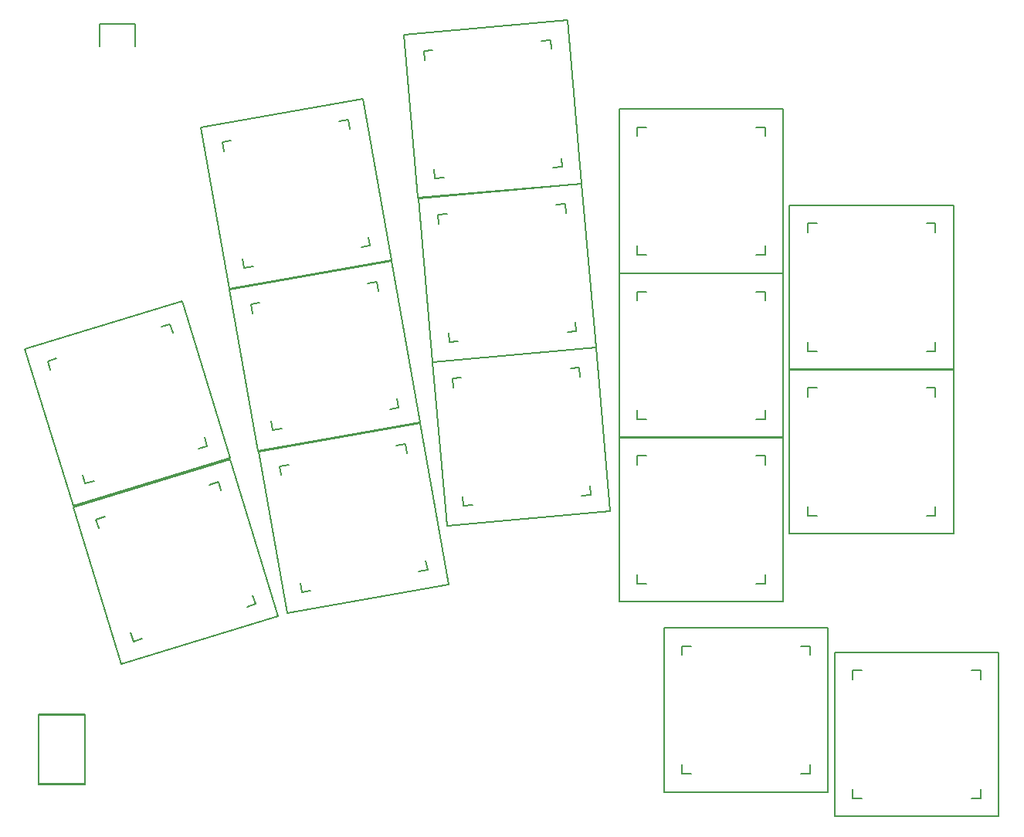
<source format=gbr>
%TF.GenerationSoftware,KiCad,Pcbnew,(6.0.4-0)*%
%TF.CreationDate,2022-07-26T10:13:53+02:00*%
%TF.ProjectId,wizza,77697a7a-612e-46b6-9963-61645f706362,v1.0.0*%
%TF.SameCoordinates,Original*%
%TF.FileFunction,OtherDrawing,Comment*%
%FSLAX46Y46*%
G04 Gerber Fmt 4.6, Leading zero omitted, Abs format (unit mm)*
G04 Created by KiCad (PCBNEW (6.0.4-0)) date 2022-07-26 10:13:53*
%MOMM*%
%LPD*%
G01*
G04 APERTURE LIST*
%ADD10C,0.150000*%
G04 APERTURE END LIST*
D10*
%TO.C,S17*%
X102310150Y105918126D02*
X84378645Y104349323D01*
X100741347Y123849631D02*
X102310150Y105918126D01*
X99147254Y107649049D02*
X100143449Y107736204D01*
X98923269Y121682930D02*
X97927074Y121595774D01*
X99010424Y120686735D02*
X98923269Y121682930D01*
X82809842Y122280828D02*
X100741347Y123849631D01*
X100741347Y123849631D02*
X82809842Y122280828D01*
X87192918Y106603180D02*
X86196723Y106516024D01*
X82809842Y122280828D02*
X84378645Y104349323D01*
X100143449Y107736204D02*
X100056293Y108732399D01*
X102310150Y105918126D02*
X100741347Y123849631D01*
X84976543Y120462750D02*
X85972738Y120549905D01*
X84378645Y104349323D02*
X82809842Y122280828D01*
X84378645Y104349323D02*
X102310150Y105918126D01*
X85063699Y119466555D02*
X84976543Y120462750D01*
X86196723Y106516024D02*
X86109568Y107512219D01*
%TO.C,S15*%
X103891797Y87952816D02*
X85960292Y86384013D01*
X102322994Y105884321D02*
X103891797Y87952816D01*
X100728901Y89683739D02*
X101725096Y89770894D01*
X100504916Y103717620D02*
X99508721Y103630464D01*
X100592071Y102721425D02*
X100504916Y103717620D01*
X84391489Y104315518D02*
X102322994Y105884321D01*
X102322994Y105884321D02*
X84391489Y104315518D01*
X88774565Y88637870D02*
X87778370Y88550714D01*
X84391489Y104315518D02*
X85960292Y86384013D01*
X101725096Y89770894D02*
X101637940Y90767089D01*
X103891797Y87952816D02*
X102322994Y105884321D01*
X86558190Y102497440D02*
X87554385Y102584595D01*
X85960292Y86384013D02*
X84391489Y104315518D01*
X85960292Y86384013D02*
X103891797Y87952816D01*
X86645346Y101501245D02*
X86558190Y102497440D01*
X87778370Y88550714D02*
X87691215Y89546909D01*
%TO.C,S5*%
X47874728Y73059228D02*
X47582356Y74015533D01*
X44073895Y85491190D02*
X43781524Y86447494D01*
X46546862Y70561875D02*
X63760347Y75824566D01*
X46546862Y70561875D02*
X41284171Y87775360D01*
X43781524Y86447494D02*
X44737829Y86739866D01*
X63760347Y75824566D02*
X58497656Y93038051D01*
X61262994Y77152432D02*
X60970623Y78108736D01*
X41284171Y87775360D02*
X46546862Y70561875D01*
X48831032Y73351599D02*
X47874728Y73059228D01*
X58497656Y93038051D02*
X41284171Y87775360D01*
X41284171Y87775360D02*
X58497656Y93038051D01*
X57462162Y89584393D02*
X57169790Y90540698D01*
X57169790Y90540698D02*
X56213486Y90248327D01*
X60306689Y76860060D02*
X61262994Y77152432D01*
X58497656Y93038051D02*
X63760347Y75824566D01*
X63760347Y75824566D02*
X46546862Y70561875D01*
%TO.C,S11*%
X81433213Y97494631D02*
X63706674Y94368964D01*
X78307546Y115221170D02*
X81433213Y97494631D01*
X78131494Y98943302D02*
X79116302Y99116950D01*
X76685227Y112904259D02*
X75700419Y112730610D01*
X76858875Y111919451D02*
X76685227Y112904259D01*
X60581007Y112095503D02*
X78307546Y115221170D01*
X78307546Y115221170D02*
X60581007Y112095503D01*
X66313801Y96859524D02*
X65328993Y96685875D01*
X60581007Y112095503D02*
X63706674Y94368964D01*
X79116302Y99116950D02*
X78942653Y100101758D01*
X81433213Y97494631D02*
X78307546Y115221170D01*
X62897918Y110473184D02*
X63882726Y110646832D01*
X63706674Y94368964D02*
X60581007Y112095503D01*
X63706674Y94368964D02*
X81433213Y97494631D01*
X63071567Y109488376D02*
X62897918Y110473184D01*
X65328993Y96685875D02*
X65155345Y97670683D01*
%TO.C,S21*%
X124424791Y78097254D02*
X106424791Y78097254D01*
X124424791Y96097254D02*
X124424791Y78097254D01*
X121424791Y80097254D02*
X122424791Y80097254D01*
X122424791Y94097254D02*
X121424791Y94097254D01*
X122424791Y93097254D02*
X122424791Y94097254D01*
X106424791Y96097254D02*
X124424791Y96097254D01*
X124424791Y96097254D02*
X106424791Y96097254D01*
X109424791Y80097254D02*
X108424791Y80097254D01*
X106424791Y96097254D02*
X106424791Y78097254D01*
X122424791Y80097254D02*
X122424791Y81097254D01*
X124424791Y78097254D02*
X124424791Y96097254D01*
X108424791Y94097254D02*
X109424791Y94097254D01*
X106424791Y78097254D02*
X106424791Y96097254D01*
X106424791Y78097254D02*
X124424791Y78097254D01*
X108424791Y93097254D02*
X108424791Y94097254D01*
X108424791Y80097254D02*
X108424791Y81097254D01*
%TO.C,S29*%
X127099495Y87564491D02*
X127099495Y88564491D01*
X127099495Y100564491D02*
X127099495Y101564491D01*
X125099495Y85564491D02*
X143099495Y85564491D01*
X125099495Y85564491D02*
X125099495Y103564491D01*
X127099495Y101564491D02*
X128099495Y101564491D01*
X143099495Y85564491D02*
X143099495Y103564491D01*
X141099495Y87564491D02*
X141099495Y88564491D01*
X125099495Y103564491D02*
X125099495Y85564491D01*
X128099495Y87564491D02*
X127099495Y87564491D01*
X143099495Y103564491D02*
X125099495Y103564491D01*
X125099495Y103564491D02*
X143099495Y103564491D01*
X141099495Y100564491D02*
X141099495Y101564491D01*
X141099495Y101564491D02*
X140099495Y101564491D01*
X140099495Y87564491D02*
X141099495Y87564491D01*
X143099495Y103564491D02*
X143099495Y85564491D01*
X143099495Y85564491D02*
X125099495Y85564491D01*
%TO.C,S33*%
X148046791Y36543254D02*
X130046791Y36543254D01*
X148046791Y54543254D02*
X148046791Y36543254D01*
X145046791Y38543254D02*
X146046791Y38543254D01*
X146046791Y52543254D02*
X145046791Y52543254D01*
X146046791Y51543254D02*
X146046791Y52543254D01*
X130046791Y54543254D02*
X148046791Y54543254D01*
X148046791Y54543254D02*
X130046791Y54543254D01*
X133046791Y38543254D02*
X132046791Y38543254D01*
X130046791Y54543254D02*
X130046791Y36543254D01*
X146046791Y38543254D02*
X146046791Y39543254D01*
X148046791Y36543254D02*
X148046791Y54543254D01*
X132046791Y52543254D02*
X133046791Y52543254D01*
X130046791Y36543254D02*
X130046791Y54543254D01*
X130046791Y36543254D02*
X148046791Y36543254D01*
X132046791Y51543254D02*
X132046791Y52543254D01*
X132046791Y38543254D02*
X132046791Y39543254D01*
%TO.C,S7*%
X87717251Y61961167D02*
X69990712Y58835500D01*
X84591584Y79687706D02*
X87717251Y61961167D01*
X84415532Y63409838D02*
X85400340Y63583486D01*
X82969265Y77370795D02*
X81984457Y77197146D01*
X83142913Y76385987D02*
X82969265Y77370795D01*
X66865045Y76562039D02*
X84591584Y79687706D01*
X84591584Y79687706D02*
X66865045Y76562039D01*
X72597839Y61326060D02*
X71613031Y61152411D01*
X66865045Y76562039D02*
X69990712Y58835500D01*
X85400340Y63583486D02*
X85226691Y64568294D01*
X87717251Y61961167D02*
X84591584Y79687706D01*
X69181956Y74939720D02*
X70166764Y75113368D01*
X69990712Y58835500D02*
X66865045Y76562039D01*
X69990712Y58835500D02*
X87717251Y61961167D01*
X69355605Y73954912D02*
X69181956Y74939720D01*
X71613031Y61152411D02*
X71439383Y62137219D01*
%TO.C,S27*%
X143099495Y67544491D02*
X125099495Y67544491D01*
X143099495Y85544491D02*
X143099495Y67544491D01*
X140099495Y69544491D02*
X141099495Y69544491D01*
X141099495Y83544491D02*
X140099495Y83544491D01*
X141099495Y82544491D02*
X141099495Y83544491D01*
X125099495Y85544491D02*
X143099495Y85544491D01*
X143099495Y85544491D02*
X125099495Y85544491D01*
X128099495Y69544491D02*
X127099495Y69544491D01*
X125099495Y85544491D02*
X125099495Y67544491D01*
X141099495Y69544491D02*
X141099495Y70544491D01*
X143099495Y67544491D02*
X143099495Y85544491D01*
X127099495Y83544491D02*
X128099495Y83544491D01*
X125099495Y67544491D02*
X125099495Y85544491D01*
X125099495Y67544491D02*
X143099495Y67544491D01*
X127099495Y82544491D02*
X127099495Y83544491D01*
X127099495Y69544491D02*
X127099495Y70544491D01*
%TO.C,S9*%
X68461012Y78914143D02*
X68287364Y79898951D01*
X66203586Y91716644D02*
X66029937Y92701452D01*
X66838693Y76597232D02*
X84565232Y79722899D01*
X66838693Y76597232D02*
X63713026Y94323771D01*
X66029937Y92701452D02*
X67014745Y92875100D01*
X84565232Y79722899D02*
X81439565Y97449438D01*
X82248321Y81345218D02*
X82074672Y82330026D01*
X63713026Y94323771D02*
X66838693Y76597232D01*
X69445820Y79087792D02*
X68461012Y78914143D01*
X81439565Y97449438D02*
X63713026Y94323771D01*
X63713026Y94323771D02*
X81439565Y97449438D01*
X79990894Y94147719D02*
X79817246Y95132527D01*
X79817246Y95132527D02*
X78832438Y94958878D01*
X81263513Y81171570D02*
X82248321Y81345218D01*
X81439565Y97449438D02*
X84565232Y79722899D01*
X84565232Y79722899D02*
X66838693Y76597232D01*
%TO.C,S13*%
X105453445Y69997506D02*
X87521940Y68428703D01*
X103884642Y87929011D02*
X105453445Y69997506D01*
X102290549Y71728429D02*
X103286744Y71815584D01*
X102066564Y85762310D02*
X101070369Y85675154D01*
X102153719Y84766115D02*
X102066564Y85762310D01*
X85953137Y86360208D02*
X103884642Y87929011D01*
X103884642Y87929011D02*
X85953137Y86360208D01*
X90336213Y70682560D02*
X89340018Y70595404D01*
X85953137Y86360208D02*
X87521940Y68428703D01*
X103286744Y71815584D02*
X103199588Y72811779D01*
X105453445Y69997506D02*
X103884642Y87929011D01*
X88119838Y84542130D02*
X89116033Y84629285D01*
X87521940Y68428703D02*
X85953137Y86360208D01*
X87521940Y68428703D02*
X105453445Y69997506D01*
X88206994Y83545935D02*
X88119838Y84542130D01*
X89340018Y70595404D02*
X89252863Y71591599D01*
%TO.C,S31*%
X129321152Y39226273D02*
X111321152Y39226273D01*
X129321152Y57226273D02*
X129321152Y39226273D01*
X126321152Y41226273D02*
X127321152Y41226273D01*
X127321152Y55226273D02*
X126321152Y55226273D01*
X127321152Y54226273D02*
X127321152Y55226273D01*
X111321152Y57226273D02*
X129321152Y57226273D01*
X129321152Y57226273D02*
X111321152Y57226273D01*
X114321152Y41226273D02*
X113321152Y41226273D01*
X111321152Y57226273D02*
X111321152Y39226273D01*
X127321152Y41226273D02*
X127321152Y42226273D01*
X129321152Y39226273D02*
X129321152Y57226273D01*
X113321152Y55226273D02*
X114321152Y55226273D01*
X111321152Y39226273D02*
X111321152Y57226273D01*
X111321152Y39226273D02*
X129321152Y39226273D01*
X113321152Y54226273D02*
X113321152Y55226273D01*
X113321152Y41226273D02*
X113321152Y42226273D01*
%TO.C,S3*%
X69050666Y58497385D02*
X51837181Y53234694D01*
X63787975Y75710870D02*
X69050666Y58497385D01*
X65597008Y59532879D02*
X66553313Y59825251D01*
X62460109Y73213517D02*
X61503805Y72921146D01*
X62752481Y72257212D02*
X62460109Y73213517D01*
X46574490Y70448179D02*
X63787975Y75710870D01*
X63787975Y75710870D02*
X46574490Y70448179D01*
X54121351Y56024418D02*
X53165047Y55732047D01*
X46574490Y70448179D02*
X51837181Y53234694D01*
X66553313Y59825251D02*
X66260942Y60781555D01*
X69050666Y58497385D02*
X63787975Y75710870D01*
X49071843Y69120313D02*
X50028148Y69412685D01*
X51837181Y53234694D02*
X46574490Y70448179D01*
X51837181Y53234694D02*
X69050666Y58497385D01*
X49364214Y68164009D02*
X49071843Y69120313D01*
X53165047Y55732047D02*
X52872675Y56688352D01*
%TO.C,S23*%
X124424791Y96127254D02*
X106424791Y96127254D01*
X124424791Y114127254D02*
X124424791Y96127254D01*
X121424791Y98127254D02*
X122424791Y98127254D01*
X122424791Y112127254D02*
X121424791Y112127254D01*
X122424791Y111127254D02*
X122424791Y112127254D01*
X106424791Y114127254D02*
X124424791Y114127254D01*
X124424791Y114127254D02*
X106424791Y114127254D01*
X109424791Y98127254D02*
X108424791Y98127254D01*
X106424791Y114127254D02*
X106424791Y96127254D01*
X122424791Y98127254D02*
X122424791Y99127254D01*
X124424791Y96127254D02*
X124424791Y114127254D01*
X108424791Y112127254D02*
X109424791Y112127254D01*
X106424791Y96127254D02*
X106424791Y114127254D01*
X106424791Y96127254D02*
X124424791Y96127254D01*
X108424791Y111127254D02*
X108424791Y112127254D01*
X108424791Y98127254D02*
X108424791Y99127254D01*
%TO.C,S19*%
X124424791Y60077254D02*
X106424791Y60077254D01*
X124424791Y78077254D02*
X124424791Y60077254D01*
X121424791Y62077254D02*
X122424791Y62077254D01*
X122424791Y76077254D02*
X121424791Y76077254D01*
X122424791Y75077254D02*
X122424791Y76077254D01*
X106424791Y78077254D02*
X124424791Y78077254D01*
X124424791Y78077254D02*
X106424791Y78077254D01*
X109424791Y62077254D02*
X108424791Y62077254D01*
X106424791Y78077254D02*
X106424791Y60077254D01*
X122424791Y62077254D02*
X122424791Y63077254D01*
X124424791Y60077254D02*
X124424791Y78077254D01*
X108424791Y76077254D02*
X109424791Y76077254D01*
X106424791Y60077254D02*
X106424791Y78077254D01*
X106424791Y60077254D02*
X124424791Y60077254D01*
X108424791Y75077254D02*
X108424791Y76077254D01*
X108424791Y62077254D02*
X108424791Y63077254D01*
%TO.C,T1*%
X53339406Y123458838D02*
X53339406Y120958838D01*
X49439406Y120958838D02*
X49439406Y123458838D01*
X49439406Y123458838D02*
X53339406Y123458838D01*
%TO.C,T2*%
X53339406Y123458838D02*
X53339406Y120958838D01*
X49439406Y123458838D02*
X53339406Y123458838D01*
X49439406Y120958838D02*
X49439406Y123458838D01*
%TO.C,MCU1*%
X47860791Y47683254D02*
X42780791Y47683254D01*
X47860791Y47721777D02*
X42780791Y47721777D01*
X47860791Y40101777D02*
X47860791Y47721777D01*
X42780791Y47683254D02*
X42780791Y40063254D01*
X42780791Y40063254D02*
X47860791Y40063254D01*
X47860791Y40063254D02*
X47860791Y47683254D01*
X42780791Y40101777D02*
X47860791Y40101777D01*
%TD*%
M02*

</source>
